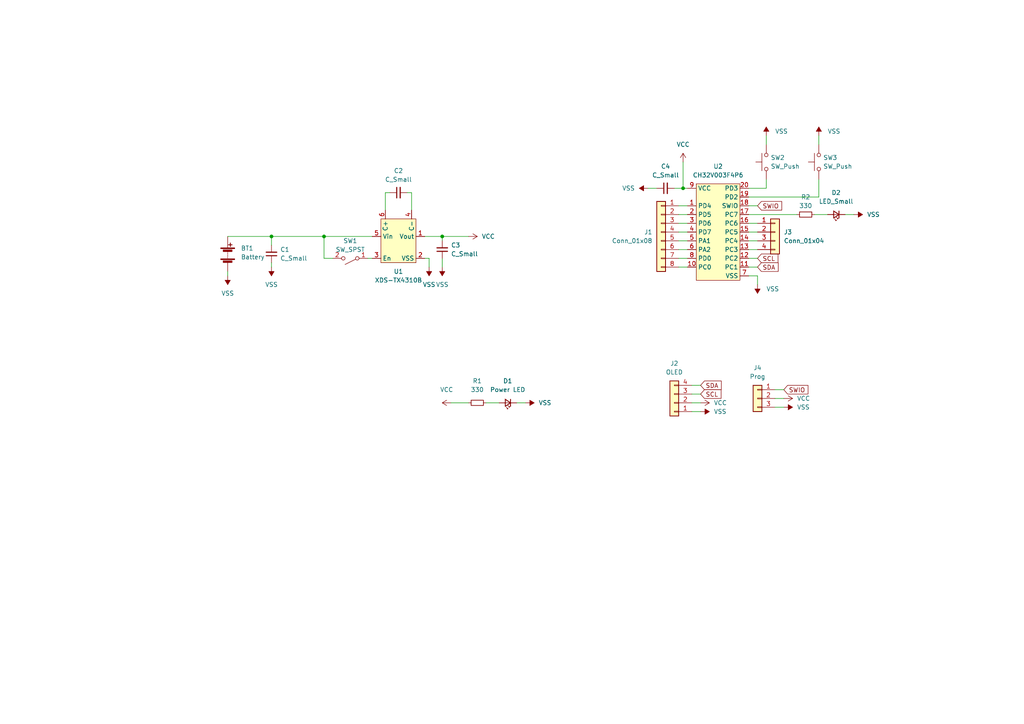
<source format=kicad_sch>
(kicad_sch (version 20211123) (generator eeschema)
  (paper "A4")
  (lib_symbols
    (symbol "Connector_Generic:Conn_01x03" (pin_names (offset 1.016) hide)
      (property "Reference" "J" (at 0 5.08 0))
      (property "Value" "Conn_01x03" (at 0 -5.08 0))
      (symbol "Conn_01x03_1_1"
        (rectangle (start -1.27 -2.413) (end 0 -2.667) (stroke (width 0.1524)))
        (rectangle (start -1.27 0.127) (end 0 -0.127) (stroke (width 0.1524)))
        (rectangle (start -1.27 2.667) (end 0 2.413) (stroke (width 0.1524)))
        (rectangle (start -1.27 3.81) (end 1.27 -3.81) (stroke (width 0.254)) (fill (type background)))
        (pin passive line (at -5.08 2.54 0) (length 3.81) (name "Pin_1") (number "1"))
        (pin passive line (at -5.08 0 0) (length 3.81) (name "Pin_2") (number "2"))
        (pin passive line (at -5.08 -2.54 0) (length 3.81) (name "Pin_3") (number "3"))
      )
    )
    (symbol "Connector_Generic:Conn_01x04" (pin_names (offset 1.016) hide)
      (property "Reference" "J" (at 0 5.08 0))
      (property "Value" "Conn_01x04" (at 0 -7.62 0))
      (symbol "Conn_01x04_1_1"
        (rectangle (start -1.27 -4.953) (end 0 -5.207) (stroke (width 0.1524)))
        (rectangle (start -1.27 -2.413) (end 0 -2.667) (stroke (width 0.1524)))
        (rectangle (start -1.27 0.127) (end 0 -0.127) (stroke (width 0.1524)))
        (rectangle (start -1.27 2.667) (end 0 2.413) (stroke (width 0.1524)))
        (rectangle (start -1.27 3.81) (end 1.27 -6.35) (stroke (width 0.254)) (fill (type background)))
        (pin passive line (at -5.08 2.54 0) (length 3.81) (name "Pin_1") (number "1"))
        (pin passive line (at -5.08 0 0) (length 3.81) (name "Pin_2") (number "2"))
        (pin passive line (at -5.08 -2.54 0) (length 3.81) (name "Pin_3") (number "3"))
        (pin passive line (at -5.08 -5.08 0) (length 3.81) (name "Pin_4") (number "4"))
      )
    )
    (symbol "Connector_Generic:Conn_01x08" (pin_names (offset 1.016) hide)
      (property "Reference" "J" (at 0 10.16 0))
      (property "Value" "Conn_01x08" (at 0 -12.7 0))
      (symbol "Conn_01x08_1_1"
        (rectangle (start -1.27 -10.033) (end 0 -10.287) (stroke (width 0.1524)))
        (rectangle (start -1.27 -7.493) (end 0 -7.747) (stroke (width 0.1524)))
        (rectangle (start -1.27 -4.953) (end 0 -5.207) (stroke (width 0.1524)))
        (rectangle (start -1.27 -2.413) (end 0 -2.667) (stroke (width 0.1524)))
        (rectangle (start -1.27 0.127) (end 0 -0.127) (stroke (width 0.1524)))
        (rectangle (start -1.27 2.667) (end 0 2.413) (stroke (width 0.1524)))
        (rectangle (start -1.27 5.207) (end 0 4.953) (stroke (width 0.1524)))
        (rectangle (start -1.27 7.747) (end 0 7.493) (stroke (width 0.1524)))
        (rectangle (start -1.27 8.89) (end 1.27 -11.43) (stroke (width 0.254)) (fill (type background)))
        (pin passive line (at -5.08 7.62 0) (length 3.81) (name "Pin_1") (number "1"))
        (pin passive line (at -5.08 5.08 0) (length 3.81) (name "Pin_2") (number "2"))
        (pin passive line (at -5.08 2.54 0) (length 3.81) (name "Pin_3") (number "3"))
        (pin passive line (at -5.08 0 0) (length 3.81) (name "Pin_4") (number "4"))
        (pin passive line (at -5.08 -2.54 0) (length 3.81) (name "Pin_5") (number "5"))
        (pin passive line (at -5.08 -5.08 0) (length 3.81) (name "Pin_6") (number "6"))
        (pin passive line (at -5.08 -7.62 0) (length 3.81) (name "Pin_7") (number "7"))
        (pin passive line (at -5.08 -10.16 0) (length 3.81) (name "Pin_8") (number "8"))
      )
    )
    (symbol "Device:Battery" (pin_numbers hide) (pin_names (offset 0) hide)
      (property "Reference" "BT" (at 2.54 2.54 0))
      (property "Value" "Battery" (at 2.54 0 0))
      (symbol "Battery_0_1"
        (rectangle (start -2.032 -1.397) (end 2.032 -1.651) (fill (type outline)))
        (rectangle (start -2.032 1.778) (end 2.032 1.524) (fill (type outline)))
        (rectangle (start -1.3208 -1.9812) (end 1.27 -2.4892) (fill (type outline)))
        (rectangle (start -1.3208 1.1938) (end 1.27 0.6858) (fill (type outline)))
        (polyline (pts (xy 0 -1.524) (xy 0 -1.27)))
        (polyline (pts (xy 0 -1.016) (xy 0 -0.762)))
        (polyline (pts (xy 0 -0.508) (xy 0 -0.254)))
        (polyline (pts (xy 0 0) (xy 0 0.254)))
        (polyline (pts (xy 0 0.508) (xy 0 0.762)))
        (polyline (pts (xy 0 1.778) (xy 0 2.54)))
        (polyline (pts (xy 0.254 2.667) (xy 1.27 2.667)) (stroke (width 0.254)))
        (polyline (pts (xy 0.762 3.175) (xy 0.762 2.159)) (stroke (width 0.254)))
      )
      (symbol "Battery_1_1"
        (pin passive line (at 0 5.08 270) (length 2.54) (name "+") (number "1"))
        (pin passive line (at 0 -5.08 90) (length 2.54) (name "-") (number "2"))
      )
    )
    (symbol "Device:C_Small" (pin_numbers hide) (pin_names (offset 0.254) hide)
      (property "Reference" "C" (at 0.254 1.778 0))
      (property "Value" "C_Small" (at 0.254 -2.032 0))
      (symbol "C_Small_0_1"
        (polyline (pts (xy -1.524 -0.508) (xy 1.524 -0.508)) (stroke (width 0.3302)))
        (polyline (pts (xy -1.524 0.508) (xy 1.524 0.508)) (stroke (width 0.3048)))
      )
      (symbol "C_Small_1_1"
        (pin passive line (at 0 2.54 270) (length 2.032) (name "~") (number "1"))
        (pin passive line (at 0 -2.54 90) (length 2.032) (name "~") (number "2"))
      )
    )
    (symbol "Device:LED_Small" (pin_numbers hide) (pin_names (offset 0.254) hide)
      (property "Reference" "D" (at -1.27 3.175 0))
      (property "Value" "LED_Small" (at -4.445 -2.54 0))
      (symbol "LED_Small_0_1"
        (polyline (pts (xy -0.762 -1.016) (xy -0.762 1.016)) (stroke (width 0.254)))
        (polyline (pts (xy 1.016 0) (xy -0.762 0)))
        (polyline (pts (xy 0.762 -1.016) (xy -0.762 0) (xy 0.762 1.016) (xy 0.762 -1.016)) (stroke (width 0.254)))
        (polyline (pts (xy 0 0.762) (xy -0.508 1.27) (xy -0.254 1.27) (xy -0.508 1.27) (xy -0.508 1.016)))
        (polyline (pts (xy 0.508 1.27) (xy 0 1.778) (xy 0.254 1.778) (xy 0 1.778) (xy 0 1.524)))
      )
      (symbol "LED_Small_1_1"
        (pin passive line (at -2.54 0 0) (length 1.778) (name "K") (number "1"))
        (pin passive line (at 2.54 0 180) (length 1.778) (name "A") (number "2"))
      )
    )
    (symbol "Device:R_Small" (pin_numbers hide) (pin_names (offset 0.254) hide)
      (property "Reference" "R" (at 0.762 0.508 0))
      (property "Value" "R_Small" (at 0.762 -1.016 0))
      (symbol "R_Small_0_1"
        (rectangle (start -0.762 1.778) (end 0.762 -1.778) (stroke (width 0.2032)))
      )
      (symbol "R_Small_1_1"
        (pin passive line (at 0 2.54 270) (length 0.762) (name "~") (number "1"))
        (pin passive line (at 0 -2.54 90) (length 0.762) (name "~") (number "2"))
      )
    )
    (symbol "Switch:SW_Push" (pin_numbers hide) (pin_names (offset 1.016) hide)
      (property "Reference" "SW" (at 1.27 2.54 0))
      (property "Value" "SW_Push" (at 0 -1.524 0))
      (symbol "SW_Push_0_1"
        (circle (center -2.032 0) (radius 0.508))
        (polyline (pts (xy 0 1.27) (xy 0 3.048)))
        (polyline (pts (xy 2.54 1.27) (xy -2.54 1.27)))
        (circle (center 2.032 0) (radius 0.508))
        (pin passive line (at -5.08 0 0) (length 2.54) (name "1") (number "1"))
        (pin passive line (at 5.08 0 180) (length 2.54) (name "2") (number "2"))
      )
    )
    (symbol "Switch:SW_SPST" (pin_names (offset 0) hide)
      (property "Reference" "SW" (at 0 3.175 0))
      (property "Value" "SW_SPST" (at 0 -2.54 0))
      (symbol "SW_SPST_0_0"
        (circle (center -2.032 0) (radius 0.508))
        (polyline (pts (xy -1.524 0.254) (xy 1.524 1.778)))
        (circle (center 2.032 0) (radius 0.508))
      )
      (symbol "SW_SPST_1_1"
        (pin passive line (at -5.08 0 0) (length 2.54) (name "A") (number "1"))
        (pin passive line (at 5.08 0 180) (length 2.54) (name "B") (number "2"))
      )
    )
    (symbol "WCH:CH32V003F4P6"
      (property "Reference" "U" (at 5.08 -24.13 0))
      (property "Value" "CH32V003F4P6" (at 0 6.35 0))
      (symbol "CH32V003F4P6_0_1"
        (rectangle (start -6.35 5.08) (end 6.35 -22.86) (stroke (width 0.1524)) (fill (type background)))
      )
      (symbol "CH32V003F4P6_1_1"
        (pin input line (at -8.89 -1.27 0) (length 2.54) (name "PD4") (number "1"))
        (pin input line (at -8.89 -19.05 0) (length 2.54) (name "PC0") (number "10"))
        (pin input line (at 8.89 -19.05 180) (length 2.54) (name "PC1") (number "11"))
        (pin input line (at 8.89 -16.51 180) (length 2.54) (name "PC2") (number "12"))
        (pin input line (at 8.89 -13.97 180) (length 2.54) (name "PC3") (number "13"))
        (pin input line (at 8.89 -11.43 180) (length 2.54) (name "PC4") (number "14"))
        (pin input line (at 8.89 -8.89 180) (length 2.54) (name "PC5") (number "15"))
        (pin input line (at 8.89 -6.35 180) (length 2.54) (name "PC6") (number "16"))
        (pin input line (at 8.89 -3.81 180) (length 2.54) (name "PC7") (number "17"))
        (pin input line (at 8.89 -1.27 180) (length 2.54) (name "SWIO") (number "18"))
        (pin input line (at 8.89 1.27 180) (length 2.54) (name "PD2") (number "19"))
        (pin input line (at -8.89 -3.81 0) (length 2.54) (name "PD5") (number "2"))
        (pin input line (at 8.89 3.81 180) (length 2.54) (name "PD3") (number "20"))
        (pin input line (at -8.89 -6.35 0) (length 2.54) (name "PD6") (number "3"))
        (pin input line (at -8.89 -8.89 0) (length 2.54) (name "PD7") (number "4"))
        (pin input line (at -8.89 -11.43 0) (length 2.54) (name "PA1") (number "5"))
        (pin input line (at -8.89 -13.97 0) (length 2.54) (name "PA2") (number "6"))
        (pin input line (at 8.89 -21.59 180) (length 2.54) (name "VSS") (number "7"))
        (pin input line (at -8.89 -16.51 0) (length 2.54) (name "PD0") (number "8"))
        (pin input line (at -8.89 3.81 0) (length 2.54) (name "VCC") (number "9"))
      )
    )
    (symbol "WCH:XDS-TX4310B"
      (property "Reference" "U" (at 6.35 -6.35 0))
      (property "Value" "XDS-TX4310B" (at -2.54 -6.35 0))
      (symbol "XDS-TX4310B_0_1"
        (rectangle (start -5.08 7.62) (end 5.08 -5.08) (fill (type background)))
      )
      (symbol "XDS-TX4310B_1_1"
        (pin input line (at 7.62 2.54 180) (length 2.54) (name "Vout") (number "1"))
        (pin input line (at 7.62 -3.81 180) (length 2.54) (name "VSS") (number "2"))
        (pin input line (at -7.62 -3.81 0) (length 2.54) (name "En") (number "3"))
        (pin input line (at 3.81 10.16 270) (length 2.54) (name "C-") (number "4"))
        (pin input line (at -7.62 2.54 0) (length 2.54) (name "Vin") (number "5"))
        (pin input line (at -3.81 10.16 270) (length 2.54) (name "C+") (number "6"))
      )
    )
    (symbol "power:VCC" (power) (pin_names (offset 0))
      (property "Value" "VCC" (at 0 3.81 0))
      (symbol "VCC_0_1"
        (polyline (pts (xy -0.762 1.27) (xy 0 2.54)))
        (polyline (pts (xy 0 0) (xy 0 2.54)))
        (polyline (pts (xy 0 2.54) (xy 0.762 1.27)))
      )
      (symbol "VCC_1_1"
        (pin power_in line (at 0 0 90) (length 0) hide (name "VCC") (number "1"))
      )
    )
    (symbol "power:VSS" (power) (pin_names (offset 0))
      (property "Value" "VSS" (at 0 3.81 0))
      (symbol "VSS_0_1"
        (polyline (pts (xy 0 0) (xy 0 2.54)))
        (polyline (pts (xy 0.762 1.27) (xy -0.762 1.27) (xy 0 2.54) (xy 0.762 1.27)) (fill (type outline)))
      )
      (symbol "VSS_1_1"
        (pin power_in line (at 0 0 90) (length 0) hide (name "VSS") (number "1"))
      )
    )
  )
  (junction (at 93.98 68.58))
  (junction (at 78.74 68.58))
  (junction (at 198.12 54.61))
  (junction (at 128.27 68.58))
  (wire (pts (xy 66.04 68.58) (xy 78.74 68.58)))
  (wire (pts (xy 196.85 77.47) (xy 199.39 77.47)))
  (wire (pts (xy 224.79 113.03) (xy 227.33 113.03)))
  (wire (pts (xy 93.98 68.58) (xy 107.95 68.58)))
  (wire (pts (xy 217.17 74.93) (xy 219.71 74.93)))
  (wire (pts (xy 200.66 111.76) (xy 203.2 111.76)))
  (wire (pts (xy 123.19 74.93) (xy 124.46 74.93)))
  (wire (pts (xy 118.11 55.88) (xy 119.38 55.88)))
  (wire (pts (xy 149.86 116.84) (xy 152.4 116.84)))
  (wire (pts (xy 217.17 67.31) (xy 219.71 67.31)))
  (wire (pts (xy 196.85 67.31) (xy 199.39 67.31)))
  (wire (pts (xy 217.17 64.77) (xy 219.71 64.77)))
  (wire (pts (xy 107.95 74.93) (xy 106.68 74.93)))
  (wire (pts (xy 217.17 57.15) (xy 237.49 57.15)))
  (wire (pts (xy 217.17 59.69) (xy 219.71 59.69)))
  (wire (pts (xy 196.85 64.77) (xy 199.39 64.77)))
  (wire (pts (xy 78.74 68.58) (xy 78.74 71.12)))
  (wire (pts (xy 130.81 116.84) (xy 135.89 116.84)))
  (wire (pts (xy 200.66 116.84) (xy 203.2 116.84)))
  (wire (pts (xy 219.71 80.01) (xy 217.17 80.01)))
  (wire (pts (xy 200.66 114.3) (xy 203.2 114.3)))
  (wire (pts (xy 123.19 68.58) (xy 128.27 68.58)))
  (wire (pts (xy 236.22 62.23) (xy 240.03 62.23)))
  (wire (pts (xy 140.97 116.84) (xy 144.78 116.84)))
  (wire (pts (xy 198.12 54.61) (xy 199.39 54.61)))
  (wire (pts (xy 200.66 119.38) (xy 203.2 119.38)))
  (wire (pts (xy 222.25 54.61) (xy 222.25 52.07)))
  (wire (pts (xy 217.17 62.23) (xy 231.14 62.23)))
  (wire (pts (xy 128.27 68.58) (xy 135.89 68.58)))
  (wire (pts (xy 196.85 74.93) (xy 199.39 74.93)))
  (wire (pts (xy 119.38 55.88) (xy 119.38 60.96)))
  (wire (pts (xy 66.04 78.74) (xy 66.04 80.01)))
  (wire (pts (xy 245.11 62.23) (xy 247.65 62.23)))
  (wire (pts (xy 96.52 74.93) (xy 93.98 74.93)))
  (wire (pts (xy 224.79 115.57) (xy 227.33 115.57)))
  (wire (pts (xy 113.03 55.88) (xy 111.76 55.88)))
  (wire (pts (xy 198.12 46.99) (xy 198.12 54.61)))
  (wire (pts (xy 195.58 54.61) (xy 198.12 54.61)))
  (wire (pts (xy 111.76 55.88) (xy 111.76 60.96)))
  (wire (pts (xy 217.17 72.39) (xy 219.71 72.39)))
  (wire (pts (xy 128.27 68.58) (xy 128.27 69.85)))
  (wire (pts (xy 222.25 39.37) (xy 222.25 41.91)))
  (wire (pts (xy 219.71 82.55) (xy 219.71 80.01)))
  (wire (pts (xy 196.85 72.39) (xy 199.39 72.39)))
  (wire (pts (xy 93.98 74.93) (xy 93.98 68.58)))
  (wire (pts (xy 237.49 39.37) (xy 237.49 41.91)))
  (wire (pts (xy 217.17 77.47) (xy 219.71 77.47)))
  (wire (pts (xy 237.49 57.15) (xy 237.49 52.07)))
  (wire (pts (xy 128.27 74.93) (xy 128.27 77.47)))
  (wire (pts (xy 196.85 69.85) (xy 199.39 69.85)))
  (wire (pts (xy 187.96 54.61) (xy 190.5 54.61)))
  (wire (pts (xy 224.79 118.11) (xy 227.33 118.11)))
  (wire (pts (xy 217.17 54.61) (xy 222.25 54.61)))
  (wire (pts (xy 124.46 74.93) (xy 124.46 77.47)))
  (wire (pts (xy 196.85 59.69) (xy 199.39 59.69)))
  (wire (pts (xy 217.17 69.85) (xy 219.71 69.85)))
  (wire (pts (xy 196.85 62.23) (xy 199.39 62.23)))
  (wire (pts (xy 78.74 68.58) (xy 93.98 68.58)))
  (wire (pts (xy 78.74 76.2) (xy 78.74 77.47)))
  (global_label "SCL" (shape input) (at 203.2 114.3 0) (property "Intersheet References" "${INTERSHEET_REFS}" (effects hide)))
  (global_label "SCL" (shape input) (at 219.71 74.93 0) (property "Intersheet References" "${INTERSHEET_REFS}" (effects hide)))
  (global_label "SWIO" (shape input) (at 227.33 113.03 0) (property "Intersheet References" "${INTERSHEET_REFS}" (effects hide)))
  (global_label "SDA" (shape input) (at 219.71 77.47 0) (property "Intersheet References" "${INTERSHEET_REFS}" (effects hide)))
  (global_label "SDA" (shape input) (at 203.2 111.76 0) (property "Intersheet References" "${INTERSHEET_REFS}" (effects hide)))
  (global_label "SWIO" (shape input) (at 219.71 59.69 0) (property "Intersheet References" "${INTERSHEET_REFS}" (effects hide)))
  (symbol (lib_id "Connector_Generic:Conn_01x03") (at 219.71 115.57 0) (mirror y) (unit 1)
    (property "Reference" "J4" (at 219.71 106.68 0))
    (property "Value" "Prog" (at 219.71 109.22 0))
    (property "Footprint" "Connector_PinHeader_2.54mm:PinHeader_1x03_P2.54mm_Vertical" (effects hide))
  )
  (symbol (lib_id "Switch:SW_Push") (at 237.49 46.99 90) (unit 1)
    (property "Reference" "SW3" (at 238.76 45.7199 90) (effects (justify right)))
    (property "Value" "SW_Push" (at 238.76 48.2599 90) (effects (justify right)))
    (property "Footprint" "Button_Switch_Keyboard:SW_Cherry_MX_1.00u_PCB" (effects hide))
  )
  (symbol (lib_id "power:VSS") (at 219.71 82.55 180) (unit 1)
    (property "Reference" "#PWR012" (effects hide))
    (property "Value" "VSS" (at 222.25 83.8199 0) (effects (justify right)))
  )
  (symbol (lib_id "power:VSS") (at 247.65 62.23 270) (unit 1)
    (property "Reference" "#PWR015" (effects hide))
    (property "Value" "VSS" (at 251.46 62.2299 90) (effects (justify left)))
  )
  (symbol (lib_id "power:VSS") (at 152.4 116.84 270) (unit 1)
    (property "Reference" "#PWR07" (effects hide))
    (property "Value" "VSS" (at 156.21 116.8399 90) (effects (justify left)))
  )
  (symbol (lib_id "Connector_Generic:Conn_01x08") (at 191.77 67.31 0) (mirror y) (unit 1)
    (property "Reference" "J1" (at 189.23 67.3099 0) (effects (justify left)))
    (property "Value" "Conn_01x08" (at 189.23 69.8499 0) (effects (justify left)))
    (property "Footprint" "Connector_PinHeader_2.54mm:PinHeader_1x08_P2.54mm_Vertical" (effects hide))
  )
  (symbol (lib_id "power:VCC") (at 130.81 116.84 90) (unit 1)
    (property "Reference" "#PWR05" (effects hide))
    (property "Value" "VCC" (at 129.54 113.03 90))
  )
  (symbol (lib_id "WCH:XDS-TX4310B") (at 115.57 71.12 0) (unit 1)
    (property "Reference" "U1" (at 115.57 78.74 0))
    (property "Value" "XDS-TX4310B" (at 115.57 81.28 0))
  )
  (symbol (lib_id "power:VSS") (at 237.49 39.37 0) (unit 1)
    (property "Reference" "#PWR014" (effects hide))
    (property "Value" "VSS" (at 240.03 38.0999 0) (effects (justify left)))
  )
  (symbol (lib_id "power:VSS") (at 203.2 119.38 270) (unit 1)
    (property "Reference" "#PWR011" (effects hide))
    (property "Value" "VSS" (at 207.01 119.3799 90) (effects (justify left)))
  )
  (symbol (lib_id "power:VSS") (at 78.74 77.47 180) (unit 1)
    (property "Reference" "#PWR02" (effects hide))
    (property "Value" "VSS" (at 78.74 82.55 0))
  )
  (symbol (lib_id "power:VCC") (at 227.33 115.57 270) (unit 1)
    (property "Reference" "#PWR016" (effects hide))
    (property "Value" "VCC" (at 231.14 115.5699 90) (effects (justify left)))
  )
  (symbol (lib_id "Device:Battery") (at 66.04 73.66 0) (unit 1)
    (property "Reference" "BT1" (at 69.85 72.0089 0) (effects (justify left)))
    (property "Value" "Battery" (at 69.85 74.5489 0) (effects (justify left)))
  )
  (symbol (lib_id "power:VSS") (at 222.25 39.37 0) (unit 1)
    (property "Reference" "#PWR013" (effects hide))
    (property "Value" "VSS" (at 224.79 38.0999 0) (effects (justify left)))
  )
  (symbol (lib_id "Device:LED_Small") (at 147.32 116.84 180) (unit 1)
    (property "Reference" "D1" (at 147.2565 110.49 0))
    (property "Value" "Power LED" (at 147.2565 113.03 0))
    (property "Footprint" "LED_SMD:LED_0805_2012Metric" (effects hide))
  )
  (symbol (lib_id "Device:C_Small") (at 115.57 55.88 90) (unit 1)
    (property "Reference" "C2" (at 115.5763 49.53 90))
    (property "Value" "C_Small" (at 115.5763 52.07 90))
    (property "Footprint" "Capacitor_SMD:C_0805_2012Metric" (effects hide))
  )
  (symbol (lib_id "power:VCC") (at 198.12 46.99 0) (unit 1)
    (property "Reference" "#PWR09" (effects hide))
    (property "Value" "VCC" (at 198.12 41.91 0))
  )
  (symbol (lib_id "power:VCC") (at 135.89 68.58 270) (unit 1)
    (property "Reference" "#PWR06" (effects hide))
    (property "Value" "VCC" (at 139.7 68.5799 90) (effects (justify left)))
  )
  (symbol (lib_id "power:VSS") (at 227.33 118.11 270) (unit 1)
    (property "Reference" "#PWR017" (effects hide))
    (property "Value" "VSS" (at 231.14 118.1099 90) (effects (justify left)))
  )
  (symbol (lib_id "Device:R_Small") (at 138.43 116.84 90) (unit 1)
    (property "Reference" "R1" (at 138.43 110.49 90))
    (property "Value" "330" (at 138.43 113.03 90))
    (property "Footprint" "Resistor_SMD:R_0805_2012Metric" (effects hide))
  )
  (symbol (lib_id "power:VSS") (at 66.04 80.01 180) (unit 1)
    (property "Reference" "#PWR01" (effects hide))
    (property "Value" "VSS" (at 66.04 85.09 0))
  )
  (symbol (lib_id "Switch:SW_SPST") (at 101.6 74.93 180) (unit 1)
    (property "Reference" "SW1" (at 101.6 69.85 0))
    (property "Value" "SW_SPST" (at 101.6 72.39 0))
  )
  (symbol (lib_id "Connector_Generic:Conn_01x04") (at 195.58 116.84 180) (unit 1)
    (property "Reference" "J2" (at 195.58 105.41 0))
    (property "Value" "OLED" (at 195.58 107.95 0))
  )
  (symbol (lib_id "Connector_Generic:Conn_01x04") (at 224.79 67.31 0) (unit 1)
    (property "Reference" "J3" (at 227.33 67.3099 0) (effects (justify left)))
    (property "Value" "Conn_01x04" (at 227.33 69.8499 0) (effects (justify left)))
    (property "Footprint" "Connector_PinHeader_2.54mm:PinHeader_1x04_P2.54mm_Vertical" (effects hide))
  )
  (symbol (lib_id "Device:LED_Small") (at 242.57 62.23 180) (unit 1)
    (property "Reference" "D2" (at 242.5065 55.88 0))
    (property "Value" "LED_Small" (at 242.5065 58.42 0))
    (property "Footprint" "LED_SMD:LED_0805_2012Metric" (effects hide))
  )
  (symbol (lib_id "power:VSS") (at 128.27 77.47 180) (unit 1)
    (property "Reference" "#PWR04" (effects hide))
    (property "Value" "VSS" (at 128.27 82.55 0))
  )
  (symbol (lib_id "Device:C_Small") (at 128.27 72.39 180) (unit 1)
    (property "Reference" "C3" (at 130.81 71.1135 0) (effects (justify right)))
    (property "Value" "C_Small" (at 130.81 73.6535 0) (effects (justify right)))
    (property "Footprint" "Capacitor_SMD:C_0805_2012Metric" (effects hide))
  )
  (symbol (lib_id "Device:C_Small") (at 78.74 73.66 180) (unit 1)
    (property "Reference" "C1" (at 81.28 72.3835 0) (effects (justify right)))
    (property "Value" "C_Small" (at 81.28 74.9235 0) (effects (justify right)))
    (property "Footprint" "Capacitor_SMD:C_0805_2012Metric" (effects hide))
  )
  (symbol (lib_id "Device:C_Small") (at 193.04 54.61 90) (unit 1)
    (property "Reference" "C4" (at 193.0463 48.26 90))
    (property "Value" "C_Small" (at 193.0463 50.8 90))
    (property "Footprint" "Capacitor_SMD:C_0805_2012Metric" (effects hide))
  )
  (symbol (lib_id "power:VCC") (at 203.2 116.84 270) (unit 1)
    (property "Reference" "#PWR010" (effects hide))
    (property "Value" "VCC" (at 207.01 116.8399 90) (effects (justify left)))
  )
  (symbol (lib_id "Device:R_Small") (at 233.68 62.23 90) (unit 1)
    (property "Reference" "R2" (at 233.68 57.15 90))
    (property "Value" "330" (at 233.68 59.69 90))
    (property "Footprint" "Resistor_SMD:R_0805_2012Metric" (effects hide))
  )
  (symbol (lib_id "power:VSS") (at 187.96 54.61 90) (unit 1)
    (property "Reference" "#PWR08" (effects hide))
    (property "Value" "VSS" (at 184.15 54.6099 90) (effects (justify left)))
  )
  (symbol (lib_id "Switch:SW_Push") (at 222.25 46.99 90) (unit 1)
    (property "Reference" "SW2" (at 223.52 45.7199 90) (effects (justify right)))
    (property "Value" "SW_Push" (at 223.52 48.2599 90) (effects (justify right)))
    (property "Footprint" "Button_Switch_SMD:SW_SPST_EVQP0" (effects hide))
  )
  (symbol (lib_id "power:VSS") (at 124.46 77.47 180) (unit 1)
    (property "Reference" "#PWR03" (effects hide))
    (property "Value" "VSS" (at 124.46 82.55 0))
  )
  (symbol (lib_id "WCH:CH32V003F4P6") (at 208.28 58.42 0) (unit 1)
    (property "Reference" "U2" (at 208.28 48.26 0))
    (property "Value" "CH32V003F4P6" (at 208.28 50.8 0))
  )
)
</source>
